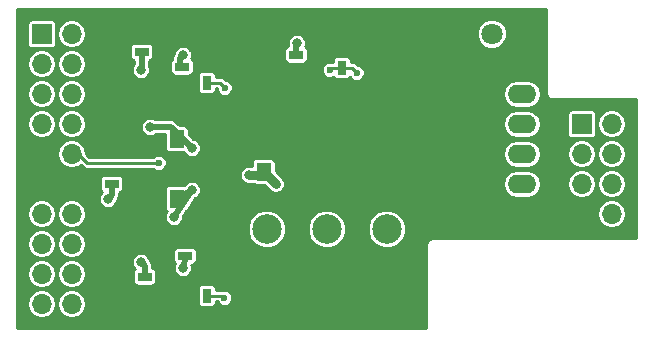
<source format=gbr>
G04 #@! TF.FileFunction,Copper,L2,Bot,Signal*
%FSLAX46Y46*%
G04 Gerber Fmt 4.6, Leading zero omitted, Abs format (unit mm)*
G04 Created by KiCad (PCBNEW 4.0.4-stable) date 05/31/18 11:07:36*
%MOMM*%
%LPD*%
G01*
G04 APERTURE LIST*
%ADD10C,0.100000*%
%ADD11R,1.200000X0.750000*%
%ADD12R,1.250000X1.500000*%
%ADD13R,0.750000X1.200000*%
%ADD14R,1.800000X1.800000*%
%ADD15C,1.800000*%
%ADD16R,1.700000X1.700000*%
%ADD17O,1.700000X1.700000*%
%ADD18C,2.499360*%
%ADD19C,4.000500*%
%ADD20R,2.400000X1.600000*%
%ADD21O,2.400000X1.600000*%
%ADD22C,0.800000*%
%ADD23C,0.600000*%
%ADD24C,0.500000*%
%ADD25C,0.250000*%
%ADD26C,0.800000*%
G04 APERTURE END LIST*
D10*
D11*
X127442000Y-112014000D03*
X125542000Y-112014000D03*
X127188000Y-92964000D03*
X125288000Y-92964000D03*
D12*
X128270000Y-105390000D03*
X128270000Y-102890000D03*
X128270000Y-100310000D03*
X128270000Y-97810000D03*
D11*
X128712000Y-94234000D03*
X126812000Y-94234000D03*
X128966000Y-110236000D03*
X127066000Y-110236000D03*
D13*
X130810000Y-95570000D03*
X130810000Y-97470000D03*
X130810000Y-113604000D03*
X130810000Y-115504000D03*
D12*
X135636000Y-103104000D03*
X135636000Y-100604000D03*
D11*
X124648000Y-104140000D03*
X122748000Y-104140000D03*
X138364000Y-93218000D03*
X136464000Y-93218000D03*
D13*
X142240000Y-94300000D03*
X142240000Y-96200000D03*
D14*
X157480000Y-91440000D03*
D15*
X154940000Y-91440000D03*
D16*
X116840000Y-91440000D03*
D17*
X119380000Y-91440000D03*
X116840000Y-93980000D03*
X119380000Y-93980000D03*
X116840000Y-96520000D03*
X119380000Y-96520000D03*
X116840000Y-99060000D03*
X119380000Y-99060000D03*
X116840000Y-101600000D03*
X119380000Y-101600000D03*
X116840000Y-104140000D03*
X119380000Y-104140000D03*
X116840000Y-106680000D03*
X119380000Y-106680000D03*
X116840000Y-109220000D03*
X119380000Y-109220000D03*
X116840000Y-111760000D03*
X119380000Y-111760000D03*
X116840000Y-114300000D03*
X119380000Y-114300000D03*
D18*
X140970000Y-107950000D03*
D19*
X140970000Y-113030000D03*
D18*
X146050000Y-107950000D03*
D19*
X146050000Y-113030000D03*
D18*
X135890000Y-107950000D03*
D19*
X135890000Y-113030000D03*
D16*
X162560000Y-99060000D03*
D17*
X165100000Y-99060000D03*
X162560000Y-101600000D03*
X165100000Y-101600000D03*
X162560000Y-104140000D03*
X165100000Y-104140000D03*
X162560000Y-106680000D03*
X165100000Y-106680000D03*
D20*
X149860000Y-96520000D03*
D21*
X157480000Y-104140000D03*
X149860000Y-99060000D03*
X157480000Y-101600000D03*
X149860000Y-101600000D03*
X157480000Y-99060000D03*
X149860000Y-104140000D03*
X157480000Y-96520000D03*
D22*
X159004000Y-91440000D03*
X150114000Y-90170000D03*
X143510000Y-107442000D03*
X138430000Y-107442000D03*
X132334000Y-94742000D03*
X132334000Y-97028000D03*
X132080000Y-100330000D03*
X132080000Y-104140000D03*
X128016000Y-91948000D03*
X132842000Y-92710000D03*
X132334000Y-109220000D03*
X128270000Y-114554000D03*
X128270000Y-113284000D03*
D23*
X126238000Y-105918000D03*
X121412000Y-111506000D03*
X121158000Y-93980000D03*
D22*
X122428000Y-105410000D03*
X125222000Y-94488000D03*
X125222000Y-110744000D03*
X125984000Y-99314000D03*
X129540000Y-101092000D03*
X138430000Y-92202000D03*
X128778000Y-93218000D03*
X128778000Y-111252000D03*
X128016000Y-106934000D03*
X129540000Y-104648000D03*
D23*
X132334000Y-96012000D03*
X132312000Y-113792000D03*
D22*
X136652000Y-104140000D03*
X134366000Y-103378000D03*
D23*
X141224000Y-94488000D03*
X143510000Y-94742000D03*
X126746000Y-102362000D03*
D24*
X122748000Y-104140000D02*
X122748000Y-105090000D01*
X122748000Y-105090000D02*
X122428000Y-105410000D01*
X125288000Y-92964000D02*
X125288000Y-94422000D01*
X125288000Y-94422000D02*
X125222000Y-94488000D01*
X125542000Y-112014000D02*
X125542000Y-111064000D01*
X125542000Y-111064000D02*
X125222000Y-110744000D01*
X128270000Y-100310000D02*
X128758000Y-100310000D01*
X128758000Y-100310000D02*
X129540000Y-101092000D01*
X128524000Y-100056000D02*
X128524000Y-100076000D01*
X128524000Y-100076000D02*
X129540000Y-101092000D01*
X127762000Y-99314000D02*
X125984000Y-99314000D01*
X129540000Y-101092000D02*
X127762000Y-99314000D01*
X138364000Y-93218000D02*
X138364000Y-92268000D01*
X138364000Y-92268000D02*
X138430000Y-92202000D01*
X128524000Y-93472000D02*
X128524000Y-94234000D01*
X128778000Y-93218000D02*
X128524000Y-93472000D01*
X128778000Y-111252000D02*
X129032000Y-110236000D01*
X129540000Y-104648000D02*
X128290000Y-105410000D01*
X128290000Y-105410000D02*
X128270000Y-105390000D01*
X129540000Y-104648000D02*
X128016000Y-106934000D01*
D25*
X130810000Y-95570000D02*
X131892000Y-95570000D01*
X131892000Y-95570000D02*
X132334000Y-96012000D01*
X130810000Y-113604000D02*
X132124000Y-113604000D01*
X132124000Y-113604000D02*
X132312000Y-113792000D01*
D24*
X135636000Y-103104000D02*
X135636000Y-103124000D01*
D26*
X135636000Y-103124000D02*
X136652000Y-104140000D01*
X135890000Y-103378000D02*
X134366000Y-103378000D01*
D24*
X136652000Y-104140000D02*
X135890000Y-103378000D01*
D25*
X142240000Y-94300000D02*
X141412000Y-94300000D01*
X141412000Y-94300000D02*
X141224000Y-94488000D01*
X143068000Y-94300000D02*
X142240000Y-94300000D01*
X143510000Y-94742000D02*
X143068000Y-94300000D01*
X120650000Y-102362000D02*
X119888000Y-101600000D01*
X126746000Y-102362000D02*
X120650000Y-102362000D01*
X119888000Y-101600000D02*
X119380000Y-101600000D01*
G36*
X159570000Y-96520000D02*
X159604254Y-96692208D01*
X159701802Y-96838198D01*
X159847792Y-96935746D01*
X160020000Y-96970000D01*
X167190000Y-96970000D01*
X167190000Y-108770000D01*
X149860000Y-108770000D01*
X149687792Y-108804254D01*
X149541802Y-108901802D01*
X149444254Y-109047792D01*
X149410000Y-109220000D01*
X149410000Y-116390000D01*
X114750000Y-116390000D01*
X114750000Y-114300000D01*
X115591001Y-114300000D01*
X115684249Y-114768787D01*
X115949795Y-115166206D01*
X116347214Y-115431752D01*
X116816001Y-115525000D01*
X116863999Y-115525000D01*
X117332786Y-115431752D01*
X117730205Y-115166206D01*
X117995751Y-114768787D01*
X118088999Y-114300000D01*
X118131001Y-114300000D01*
X118224249Y-114768787D01*
X118489795Y-115166206D01*
X118887214Y-115431752D01*
X119356001Y-115525000D01*
X119403999Y-115525000D01*
X119872786Y-115431752D01*
X120270205Y-115166206D01*
X120535751Y-114768787D01*
X120628999Y-114300000D01*
X120535751Y-113831213D01*
X120270205Y-113433794D01*
X119872786Y-113168248D01*
X119403999Y-113075000D01*
X119356001Y-113075000D01*
X118887214Y-113168248D01*
X118489795Y-113433794D01*
X118224249Y-113831213D01*
X118131001Y-114300000D01*
X118088999Y-114300000D01*
X117995751Y-113831213D01*
X117730205Y-113433794D01*
X117332786Y-113168248D01*
X116863999Y-113075000D01*
X116816001Y-113075000D01*
X116347214Y-113168248D01*
X115949795Y-113433794D01*
X115684249Y-113831213D01*
X115591001Y-114300000D01*
X114750000Y-114300000D01*
X114750000Y-113004000D01*
X130052654Y-113004000D01*
X130052654Y-114204000D01*
X130078802Y-114342966D01*
X130160931Y-114470599D01*
X130286246Y-114556223D01*
X130435000Y-114586346D01*
X131185000Y-114586346D01*
X131323966Y-114560198D01*
X131451599Y-114478069D01*
X131537223Y-114352754D01*
X131567346Y-114204000D01*
X131567346Y-114104000D01*
X131710565Y-114104000D01*
X131739429Y-114173857D01*
X131929144Y-114363903D01*
X132177145Y-114466883D01*
X132445677Y-114467117D01*
X132693857Y-114364571D01*
X132883903Y-114174856D01*
X132986883Y-113926855D01*
X132987117Y-113658323D01*
X132884571Y-113410143D01*
X132694856Y-113220097D01*
X132446855Y-113117117D01*
X132188814Y-113116892D01*
X132124000Y-113104000D01*
X131567346Y-113104000D01*
X131567346Y-113004000D01*
X131541198Y-112865034D01*
X131459069Y-112737401D01*
X131333754Y-112651777D01*
X131185000Y-112621654D01*
X130435000Y-112621654D01*
X130296034Y-112647802D01*
X130168401Y-112729931D01*
X130082777Y-112855246D01*
X130052654Y-113004000D01*
X114750000Y-113004000D01*
X114750000Y-111760000D01*
X115591001Y-111760000D01*
X115684249Y-112228787D01*
X115949795Y-112626206D01*
X116347214Y-112891752D01*
X116816001Y-112985000D01*
X116863999Y-112985000D01*
X117332786Y-112891752D01*
X117730205Y-112626206D01*
X117995751Y-112228787D01*
X118088999Y-111760000D01*
X118131001Y-111760000D01*
X118224249Y-112228787D01*
X118489795Y-112626206D01*
X118887214Y-112891752D01*
X119356001Y-112985000D01*
X119403999Y-112985000D01*
X119872786Y-112891752D01*
X120270205Y-112626206D01*
X120535751Y-112228787D01*
X120628999Y-111760000D01*
X120535751Y-111291213D01*
X120272669Y-110897481D01*
X124446866Y-110897481D01*
X124564604Y-111182429D01*
X124718867Y-111336961D01*
X124675401Y-111364931D01*
X124589777Y-111490246D01*
X124559654Y-111639000D01*
X124559654Y-112389000D01*
X124585802Y-112527966D01*
X124667931Y-112655599D01*
X124793246Y-112741223D01*
X124942000Y-112771346D01*
X126142000Y-112771346D01*
X126280966Y-112745198D01*
X126408599Y-112663069D01*
X126494223Y-112537754D01*
X126524346Y-112389000D01*
X126524346Y-111639000D01*
X126498198Y-111500034D01*
X126416069Y-111372401D01*
X126290754Y-111286777D01*
X126167000Y-111261717D01*
X126167000Y-111064000D01*
X126146954Y-110963223D01*
X126119425Y-110824822D01*
X126065158Y-110743606D01*
X125997089Y-110641734D01*
X125997134Y-110590519D01*
X125879396Y-110305571D01*
X125661575Y-110087370D01*
X125376833Y-109969135D01*
X125068519Y-109968866D01*
X124783571Y-110086604D01*
X124565370Y-110304425D01*
X124447135Y-110589167D01*
X124446866Y-110897481D01*
X120272669Y-110897481D01*
X120270205Y-110893794D01*
X119872786Y-110628248D01*
X119403999Y-110535000D01*
X119356001Y-110535000D01*
X118887214Y-110628248D01*
X118489795Y-110893794D01*
X118224249Y-111291213D01*
X118131001Y-111760000D01*
X118088999Y-111760000D01*
X117995751Y-111291213D01*
X117730205Y-110893794D01*
X117332786Y-110628248D01*
X116863999Y-110535000D01*
X116816001Y-110535000D01*
X116347214Y-110628248D01*
X115949795Y-110893794D01*
X115684249Y-111291213D01*
X115591001Y-111760000D01*
X114750000Y-111760000D01*
X114750000Y-109220000D01*
X115591001Y-109220000D01*
X115684249Y-109688787D01*
X115949795Y-110086206D01*
X116347214Y-110351752D01*
X116816001Y-110445000D01*
X116863999Y-110445000D01*
X117332786Y-110351752D01*
X117730205Y-110086206D01*
X117995751Y-109688787D01*
X118088999Y-109220000D01*
X118131001Y-109220000D01*
X118224249Y-109688787D01*
X118489795Y-110086206D01*
X118887214Y-110351752D01*
X119356001Y-110445000D01*
X119403999Y-110445000D01*
X119872786Y-110351752D01*
X120270205Y-110086206D01*
X120420682Y-109861000D01*
X127983654Y-109861000D01*
X127983654Y-110611000D01*
X128009802Y-110749966D01*
X128091931Y-110877599D01*
X128093782Y-110878864D01*
X128003135Y-111097167D01*
X128002866Y-111405481D01*
X128120604Y-111690429D01*
X128338425Y-111908630D01*
X128623167Y-112026865D01*
X128931481Y-112027134D01*
X129216429Y-111909396D01*
X129434630Y-111691575D01*
X129552865Y-111406833D01*
X129553134Y-111098519D01*
X129509677Y-110993346D01*
X129566000Y-110993346D01*
X129704966Y-110967198D01*
X129832599Y-110885069D01*
X129918223Y-110759754D01*
X129948346Y-110611000D01*
X129948346Y-109861000D01*
X129922198Y-109722034D01*
X129840069Y-109594401D01*
X129714754Y-109508777D01*
X129566000Y-109478654D01*
X128366000Y-109478654D01*
X128227034Y-109504802D01*
X128099401Y-109586931D01*
X128013777Y-109712246D01*
X127983654Y-109861000D01*
X120420682Y-109861000D01*
X120535751Y-109688787D01*
X120628999Y-109220000D01*
X120535751Y-108751213D01*
X120270205Y-108353794D01*
X120147419Y-108271751D01*
X134265039Y-108271751D01*
X134511861Y-108869105D01*
X134968491Y-109326533D01*
X135565413Y-109574397D01*
X136211751Y-109574961D01*
X136809105Y-109328139D01*
X137266533Y-108871509D01*
X137514397Y-108274587D01*
X137514399Y-108271751D01*
X139345039Y-108271751D01*
X139591861Y-108869105D01*
X140048491Y-109326533D01*
X140645413Y-109574397D01*
X141291751Y-109574961D01*
X141889105Y-109328139D01*
X142346533Y-108871509D01*
X142594397Y-108274587D01*
X142594399Y-108271751D01*
X144425039Y-108271751D01*
X144671861Y-108869105D01*
X145128491Y-109326533D01*
X145725413Y-109574397D01*
X146371751Y-109574961D01*
X146969105Y-109328139D01*
X147426533Y-108871509D01*
X147674397Y-108274587D01*
X147674961Y-107628249D01*
X147428139Y-107030895D01*
X147077857Y-106680000D01*
X163851001Y-106680000D01*
X163944249Y-107148787D01*
X164209795Y-107546206D01*
X164607214Y-107811752D01*
X165076001Y-107905000D01*
X165123999Y-107905000D01*
X165592786Y-107811752D01*
X165990205Y-107546206D01*
X166255751Y-107148787D01*
X166348999Y-106680000D01*
X166255751Y-106211213D01*
X165990205Y-105813794D01*
X165592786Y-105548248D01*
X165123999Y-105455000D01*
X165076001Y-105455000D01*
X164607214Y-105548248D01*
X164209795Y-105813794D01*
X163944249Y-106211213D01*
X163851001Y-106680000D01*
X147077857Y-106680000D01*
X146971509Y-106573467D01*
X146374587Y-106325603D01*
X145728249Y-106325039D01*
X145130895Y-106571861D01*
X144673467Y-107028491D01*
X144425603Y-107625413D01*
X144425039Y-108271751D01*
X142594399Y-108271751D01*
X142594961Y-107628249D01*
X142348139Y-107030895D01*
X141891509Y-106573467D01*
X141294587Y-106325603D01*
X140648249Y-106325039D01*
X140050895Y-106571861D01*
X139593467Y-107028491D01*
X139345603Y-107625413D01*
X139345039Y-108271751D01*
X137514399Y-108271751D01*
X137514961Y-107628249D01*
X137268139Y-107030895D01*
X136811509Y-106573467D01*
X136214587Y-106325603D01*
X135568249Y-106325039D01*
X134970895Y-106571861D01*
X134513467Y-107028491D01*
X134265603Y-107625413D01*
X134265039Y-108271751D01*
X120147419Y-108271751D01*
X119872786Y-108088248D01*
X119403999Y-107995000D01*
X119356001Y-107995000D01*
X118887214Y-108088248D01*
X118489795Y-108353794D01*
X118224249Y-108751213D01*
X118131001Y-109220000D01*
X118088999Y-109220000D01*
X117995751Y-108751213D01*
X117730205Y-108353794D01*
X117332786Y-108088248D01*
X116863999Y-107995000D01*
X116816001Y-107995000D01*
X116347214Y-108088248D01*
X115949795Y-108353794D01*
X115684249Y-108751213D01*
X115591001Y-109220000D01*
X114750000Y-109220000D01*
X114750000Y-106680000D01*
X115591001Y-106680000D01*
X115684249Y-107148787D01*
X115949795Y-107546206D01*
X116347214Y-107811752D01*
X116816001Y-107905000D01*
X116863999Y-107905000D01*
X117332786Y-107811752D01*
X117730205Y-107546206D01*
X117995751Y-107148787D01*
X118088999Y-106680000D01*
X118131001Y-106680000D01*
X118224249Y-107148787D01*
X118489795Y-107546206D01*
X118887214Y-107811752D01*
X119356001Y-107905000D01*
X119403999Y-107905000D01*
X119872786Y-107811752D01*
X120270205Y-107546206D01*
X120535751Y-107148787D01*
X120547945Y-107087481D01*
X127240866Y-107087481D01*
X127358604Y-107372429D01*
X127576425Y-107590630D01*
X127861167Y-107708865D01*
X128169481Y-107709134D01*
X128454429Y-107591396D01*
X128672630Y-107373575D01*
X128790865Y-107088833D01*
X128791031Y-106898187D01*
X129077850Y-106467960D01*
X129161599Y-106414069D01*
X129247223Y-106288754D01*
X129268994Y-106181243D01*
X129805165Y-105376987D01*
X129978429Y-105305396D01*
X130196630Y-105087575D01*
X130314865Y-104802833D01*
X130315134Y-104494519D01*
X130197396Y-104209571D01*
X129979575Y-103991370D01*
X129694833Y-103873135D01*
X129386519Y-103872866D01*
X129101571Y-103990604D01*
X128883370Y-104208425D01*
X128862928Y-104257654D01*
X127645000Y-104257654D01*
X127506034Y-104283802D01*
X127378401Y-104365931D01*
X127292777Y-104491246D01*
X127262654Y-104640000D01*
X127262654Y-106140000D01*
X127288802Y-106278966D01*
X127370931Y-106406599D01*
X127416298Y-106437597D01*
X127359370Y-106494425D01*
X127241135Y-106779167D01*
X127240866Y-107087481D01*
X120547945Y-107087481D01*
X120628999Y-106680000D01*
X120535751Y-106211213D01*
X120270205Y-105813794D01*
X119895584Y-105563481D01*
X121652866Y-105563481D01*
X121770604Y-105848429D01*
X121988425Y-106066630D01*
X122273167Y-106184865D01*
X122581481Y-106185134D01*
X122866429Y-106067396D01*
X123084630Y-105849575D01*
X123202865Y-105564833D01*
X123202911Y-105512533D01*
X123271421Y-105410000D01*
X123325425Y-105329178D01*
X123373000Y-105090000D01*
X123373000Y-104892642D01*
X123486966Y-104871198D01*
X123614599Y-104789069D01*
X123700223Y-104663754D01*
X123730346Y-104515000D01*
X123730346Y-103765000D01*
X123704198Y-103626034D01*
X123643356Y-103531481D01*
X133590866Y-103531481D01*
X133708604Y-103816429D01*
X133926425Y-104034630D01*
X134069418Y-104094006D01*
X134069420Y-104094007D01*
X134069422Y-104094007D01*
X134211167Y-104152865D01*
X134519481Y-104153134D01*
X134519805Y-104153000D01*
X134784351Y-104153000D01*
X134862246Y-104206223D01*
X135011000Y-104236346D01*
X135652330Y-104236346D01*
X136103992Y-104688008D01*
X136212425Y-104796630D01*
X136355418Y-104856006D01*
X136355420Y-104856007D01*
X136355422Y-104856007D01*
X136497167Y-104914865D01*
X136805481Y-104915134D01*
X136948579Y-104856007D01*
X136948580Y-104856007D01*
X136948581Y-104856006D01*
X137090429Y-104797396D01*
X137308630Y-104579575D01*
X137426865Y-104294833D01*
X137427000Y-104140000D01*
X155874144Y-104140000D01*
X155963586Y-104589653D01*
X156218294Y-104970850D01*
X156599491Y-105225558D01*
X157049144Y-105315000D01*
X157910856Y-105315000D01*
X158360509Y-105225558D01*
X158741706Y-104970850D01*
X158996414Y-104589653D01*
X159085856Y-104140000D01*
X161311001Y-104140000D01*
X161404249Y-104608787D01*
X161669795Y-105006206D01*
X162067214Y-105271752D01*
X162536001Y-105365000D01*
X162583999Y-105365000D01*
X163052786Y-105271752D01*
X163450205Y-105006206D01*
X163715751Y-104608787D01*
X163808999Y-104140000D01*
X163851001Y-104140000D01*
X163944249Y-104608787D01*
X164209795Y-105006206D01*
X164607214Y-105271752D01*
X165076001Y-105365000D01*
X165123999Y-105365000D01*
X165592786Y-105271752D01*
X165990205Y-105006206D01*
X166255751Y-104608787D01*
X166348999Y-104140000D01*
X166255751Y-103671213D01*
X165990205Y-103273794D01*
X165592786Y-103008248D01*
X165123999Y-102915000D01*
X165076001Y-102915000D01*
X164607214Y-103008248D01*
X164209795Y-103273794D01*
X163944249Y-103671213D01*
X163851001Y-104140000D01*
X163808999Y-104140000D01*
X163715751Y-103671213D01*
X163450205Y-103273794D01*
X163052786Y-103008248D01*
X162583999Y-102915000D01*
X162536001Y-102915000D01*
X162067214Y-103008248D01*
X161669795Y-103273794D01*
X161404249Y-103671213D01*
X161311001Y-104140000D01*
X159085856Y-104140000D01*
X158996414Y-103690347D01*
X158741706Y-103309150D01*
X158360509Y-103054442D01*
X157910856Y-102965000D01*
X157049144Y-102965000D01*
X156599491Y-103054442D01*
X156218294Y-103309150D01*
X155963586Y-103690347D01*
X155874144Y-104140000D01*
X137427000Y-104140000D01*
X137427134Y-103986519D01*
X137309396Y-103701571D01*
X137091575Y-103483370D01*
X137091252Y-103483236D01*
X136643346Y-103035330D01*
X136643346Y-102354000D01*
X136617198Y-102215034D01*
X136535069Y-102087401D01*
X136409754Y-102001777D01*
X136261000Y-101971654D01*
X135011000Y-101971654D01*
X134872034Y-101997802D01*
X134744401Y-102079931D01*
X134658777Y-102205246D01*
X134628654Y-102354000D01*
X134628654Y-102603000D01*
X134366103Y-102603000D01*
X134212519Y-102602866D01*
X134069421Y-102661993D01*
X134069420Y-102661993D01*
X134069419Y-102661994D01*
X133927571Y-102720604D01*
X133709370Y-102938425D01*
X133591135Y-103223167D01*
X133590866Y-103531481D01*
X123643356Y-103531481D01*
X123622069Y-103498401D01*
X123496754Y-103412777D01*
X123348000Y-103382654D01*
X122148000Y-103382654D01*
X122009034Y-103408802D01*
X121881401Y-103490931D01*
X121795777Y-103616246D01*
X121765654Y-103765000D01*
X121765654Y-104515000D01*
X121791802Y-104653966D01*
X121873931Y-104781599D01*
X121925339Y-104816724D01*
X121771370Y-104970425D01*
X121653135Y-105255167D01*
X121652866Y-105563481D01*
X119895584Y-105563481D01*
X119872786Y-105548248D01*
X119403999Y-105455000D01*
X119356001Y-105455000D01*
X118887214Y-105548248D01*
X118489795Y-105813794D01*
X118224249Y-106211213D01*
X118131001Y-106680000D01*
X118088999Y-106680000D01*
X117995751Y-106211213D01*
X117730205Y-105813794D01*
X117332786Y-105548248D01*
X116863999Y-105455000D01*
X116816001Y-105455000D01*
X116347214Y-105548248D01*
X115949795Y-105813794D01*
X115684249Y-106211213D01*
X115591001Y-106680000D01*
X114750000Y-106680000D01*
X114750000Y-101600000D01*
X118131001Y-101600000D01*
X118224249Y-102068787D01*
X118489795Y-102466206D01*
X118887214Y-102731752D01*
X119356001Y-102825000D01*
X119403999Y-102825000D01*
X119872786Y-102731752D01*
X120136463Y-102555569D01*
X120296447Y-102715554D01*
X120385415Y-102775000D01*
X120458658Y-102823940D01*
X120650000Y-102862000D01*
X126291366Y-102862000D01*
X126363144Y-102933903D01*
X126611145Y-103036883D01*
X126879677Y-103037117D01*
X127127857Y-102934571D01*
X127317903Y-102744856D01*
X127420883Y-102496855D01*
X127421117Y-102228323D01*
X127318571Y-101980143D01*
X127128856Y-101790097D01*
X126880855Y-101687117D01*
X126612323Y-101686883D01*
X126364143Y-101789429D01*
X126291445Y-101862000D01*
X120857107Y-101862000D01*
X120623376Y-101628269D01*
X120628999Y-101600000D01*
X120535751Y-101131213D01*
X120270205Y-100733794D01*
X119872786Y-100468248D01*
X119403999Y-100375000D01*
X119356001Y-100375000D01*
X118887214Y-100468248D01*
X118489795Y-100733794D01*
X118224249Y-101131213D01*
X118131001Y-101600000D01*
X114750000Y-101600000D01*
X114750000Y-99060000D01*
X115591001Y-99060000D01*
X115684249Y-99528787D01*
X115949795Y-99926206D01*
X116347214Y-100191752D01*
X116816001Y-100285000D01*
X116863999Y-100285000D01*
X117332786Y-100191752D01*
X117730205Y-99926206D01*
X117995751Y-99528787D01*
X118088999Y-99060000D01*
X118131001Y-99060000D01*
X118224249Y-99528787D01*
X118489795Y-99926206D01*
X118887214Y-100191752D01*
X119356001Y-100285000D01*
X119403999Y-100285000D01*
X119872786Y-100191752D01*
X120270205Y-99926206D01*
X120535751Y-99528787D01*
X120547945Y-99467481D01*
X125208866Y-99467481D01*
X125326604Y-99752429D01*
X125544425Y-99970630D01*
X125829167Y-100088865D01*
X126137481Y-100089134D01*
X126422429Y-99971396D01*
X126454882Y-99939000D01*
X127262654Y-99939000D01*
X127262654Y-101060000D01*
X127288802Y-101198966D01*
X127370931Y-101326599D01*
X127496246Y-101412223D01*
X127645000Y-101442346D01*
X128846209Y-101442346D01*
X128882604Y-101530429D01*
X129100425Y-101748630D01*
X129385167Y-101866865D01*
X129693481Y-101867134D01*
X129978429Y-101749396D01*
X130128085Y-101600000D01*
X155874144Y-101600000D01*
X155963586Y-102049653D01*
X156218294Y-102430850D01*
X156599491Y-102685558D01*
X157049144Y-102775000D01*
X157910856Y-102775000D01*
X158360509Y-102685558D01*
X158741706Y-102430850D01*
X158996414Y-102049653D01*
X159085856Y-101600000D01*
X161311001Y-101600000D01*
X161404249Y-102068787D01*
X161669795Y-102466206D01*
X162067214Y-102731752D01*
X162536001Y-102825000D01*
X162583999Y-102825000D01*
X163052786Y-102731752D01*
X163450205Y-102466206D01*
X163715751Y-102068787D01*
X163808999Y-101600000D01*
X163851001Y-101600000D01*
X163944249Y-102068787D01*
X164209795Y-102466206D01*
X164607214Y-102731752D01*
X165076001Y-102825000D01*
X165123999Y-102825000D01*
X165592786Y-102731752D01*
X165990205Y-102466206D01*
X166255751Y-102068787D01*
X166348999Y-101600000D01*
X166255751Y-101131213D01*
X165990205Y-100733794D01*
X165592786Y-100468248D01*
X165123999Y-100375000D01*
X165076001Y-100375000D01*
X164607214Y-100468248D01*
X164209795Y-100733794D01*
X163944249Y-101131213D01*
X163851001Y-101600000D01*
X163808999Y-101600000D01*
X163715751Y-101131213D01*
X163450205Y-100733794D01*
X163052786Y-100468248D01*
X162583999Y-100375000D01*
X162536001Y-100375000D01*
X162067214Y-100468248D01*
X161669795Y-100733794D01*
X161404249Y-101131213D01*
X161311001Y-101600000D01*
X159085856Y-101600000D01*
X158996414Y-101150347D01*
X158741706Y-100769150D01*
X158360509Y-100514442D01*
X157910856Y-100425000D01*
X157049144Y-100425000D01*
X156599491Y-100514442D01*
X156218294Y-100769150D01*
X155963586Y-101150347D01*
X155874144Y-101600000D01*
X130128085Y-101600000D01*
X130196630Y-101531575D01*
X130314865Y-101246833D01*
X130315134Y-100938519D01*
X130197396Y-100653571D01*
X129979575Y-100435370D01*
X129694833Y-100317135D01*
X129648979Y-100317095D01*
X129277346Y-99945462D01*
X129277346Y-99560000D01*
X129251198Y-99421034D01*
X129169069Y-99293401D01*
X129043754Y-99207777D01*
X128895000Y-99177654D01*
X128509538Y-99177654D01*
X128391884Y-99060000D01*
X155874144Y-99060000D01*
X155963586Y-99509653D01*
X156218294Y-99890850D01*
X156599491Y-100145558D01*
X157049144Y-100235000D01*
X157910856Y-100235000D01*
X158360509Y-100145558D01*
X158741706Y-99890850D01*
X158996414Y-99509653D01*
X159085856Y-99060000D01*
X158996414Y-98610347D01*
X158741706Y-98229150D01*
X158713047Y-98210000D01*
X161327654Y-98210000D01*
X161327654Y-99910000D01*
X161353802Y-100048966D01*
X161435931Y-100176599D01*
X161561246Y-100262223D01*
X161710000Y-100292346D01*
X163410000Y-100292346D01*
X163548966Y-100266198D01*
X163676599Y-100184069D01*
X163762223Y-100058754D01*
X163792346Y-99910000D01*
X163792346Y-99060000D01*
X163851001Y-99060000D01*
X163944249Y-99528787D01*
X164209795Y-99926206D01*
X164607214Y-100191752D01*
X165076001Y-100285000D01*
X165123999Y-100285000D01*
X165592786Y-100191752D01*
X165990205Y-99926206D01*
X166255751Y-99528787D01*
X166348999Y-99060000D01*
X166255751Y-98591213D01*
X165990205Y-98193794D01*
X165592786Y-97928248D01*
X165123999Y-97835000D01*
X165076001Y-97835000D01*
X164607214Y-97928248D01*
X164209795Y-98193794D01*
X163944249Y-98591213D01*
X163851001Y-99060000D01*
X163792346Y-99060000D01*
X163792346Y-98210000D01*
X163766198Y-98071034D01*
X163684069Y-97943401D01*
X163558754Y-97857777D01*
X163410000Y-97827654D01*
X161710000Y-97827654D01*
X161571034Y-97853802D01*
X161443401Y-97935931D01*
X161357777Y-98061246D01*
X161327654Y-98210000D01*
X158713047Y-98210000D01*
X158360509Y-97974442D01*
X157910856Y-97885000D01*
X157049144Y-97885000D01*
X156599491Y-97974442D01*
X156218294Y-98229150D01*
X155963586Y-98610347D01*
X155874144Y-99060000D01*
X128391884Y-99060000D01*
X128203942Y-98872058D01*
X128001177Y-98736575D01*
X127762000Y-98689000D01*
X126455150Y-98689000D01*
X126423575Y-98657370D01*
X126138833Y-98539135D01*
X125830519Y-98538866D01*
X125545571Y-98656604D01*
X125327370Y-98874425D01*
X125209135Y-99159167D01*
X125208866Y-99467481D01*
X120547945Y-99467481D01*
X120628999Y-99060000D01*
X120535751Y-98591213D01*
X120270205Y-98193794D01*
X119872786Y-97928248D01*
X119403999Y-97835000D01*
X119356001Y-97835000D01*
X118887214Y-97928248D01*
X118489795Y-98193794D01*
X118224249Y-98591213D01*
X118131001Y-99060000D01*
X118088999Y-99060000D01*
X117995751Y-98591213D01*
X117730205Y-98193794D01*
X117332786Y-97928248D01*
X116863999Y-97835000D01*
X116816001Y-97835000D01*
X116347214Y-97928248D01*
X115949795Y-98193794D01*
X115684249Y-98591213D01*
X115591001Y-99060000D01*
X114750000Y-99060000D01*
X114750000Y-96520000D01*
X115591001Y-96520000D01*
X115684249Y-96988787D01*
X115949795Y-97386206D01*
X116347214Y-97651752D01*
X116816001Y-97745000D01*
X116863999Y-97745000D01*
X117332786Y-97651752D01*
X117730205Y-97386206D01*
X117995751Y-96988787D01*
X118088999Y-96520000D01*
X118131001Y-96520000D01*
X118224249Y-96988787D01*
X118489795Y-97386206D01*
X118887214Y-97651752D01*
X119356001Y-97745000D01*
X119403999Y-97745000D01*
X119872786Y-97651752D01*
X120270205Y-97386206D01*
X120535751Y-96988787D01*
X120628999Y-96520000D01*
X120535751Y-96051213D01*
X120270205Y-95653794D01*
X119872786Y-95388248D01*
X119403999Y-95295000D01*
X119356001Y-95295000D01*
X118887214Y-95388248D01*
X118489795Y-95653794D01*
X118224249Y-96051213D01*
X118131001Y-96520000D01*
X118088999Y-96520000D01*
X117995751Y-96051213D01*
X117730205Y-95653794D01*
X117332786Y-95388248D01*
X116863999Y-95295000D01*
X116816001Y-95295000D01*
X116347214Y-95388248D01*
X115949795Y-95653794D01*
X115684249Y-96051213D01*
X115591001Y-96520000D01*
X114750000Y-96520000D01*
X114750000Y-93980000D01*
X115591001Y-93980000D01*
X115684249Y-94448787D01*
X115949795Y-94846206D01*
X116347214Y-95111752D01*
X116816001Y-95205000D01*
X116863999Y-95205000D01*
X117332786Y-95111752D01*
X117730205Y-94846206D01*
X117995751Y-94448787D01*
X118088999Y-93980000D01*
X118131001Y-93980000D01*
X118224249Y-94448787D01*
X118489795Y-94846206D01*
X118887214Y-95111752D01*
X119356001Y-95205000D01*
X119403999Y-95205000D01*
X119872786Y-95111752D01*
X120270205Y-94846206D01*
X120535751Y-94448787D01*
X120628999Y-93980000D01*
X120535751Y-93511213D01*
X120270205Y-93113794D01*
X119872786Y-92848248D01*
X119403999Y-92755000D01*
X119356001Y-92755000D01*
X118887214Y-92848248D01*
X118489795Y-93113794D01*
X118224249Y-93511213D01*
X118131001Y-93980000D01*
X118088999Y-93980000D01*
X117995751Y-93511213D01*
X117730205Y-93113794D01*
X117332786Y-92848248D01*
X116863999Y-92755000D01*
X116816001Y-92755000D01*
X116347214Y-92848248D01*
X115949795Y-93113794D01*
X115684249Y-93511213D01*
X115591001Y-93980000D01*
X114750000Y-93980000D01*
X114750000Y-90590000D01*
X115607654Y-90590000D01*
X115607654Y-92290000D01*
X115633802Y-92428966D01*
X115715931Y-92556599D01*
X115841246Y-92642223D01*
X115990000Y-92672346D01*
X117690000Y-92672346D01*
X117828966Y-92646198D01*
X117956599Y-92564069D01*
X118042223Y-92438754D01*
X118072346Y-92290000D01*
X118072346Y-91440000D01*
X118131001Y-91440000D01*
X118224249Y-91908787D01*
X118489795Y-92306206D01*
X118887214Y-92571752D01*
X119356001Y-92665000D01*
X119403999Y-92665000D01*
X119786074Y-92589000D01*
X124305654Y-92589000D01*
X124305654Y-93339000D01*
X124331802Y-93477966D01*
X124413931Y-93605599D01*
X124539246Y-93691223D01*
X124663000Y-93716283D01*
X124663000Y-93950965D01*
X124565370Y-94048425D01*
X124447135Y-94333167D01*
X124446866Y-94641481D01*
X124564604Y-94926429D01*
X124782425Y-95144630D01*
X125067167Y-95262865D01*
X125375481Y-95263134D01*
X125660429Y-95145396D01*
X125878630Y-94927575D01*
X125996865Y-94642833D01*
X125997134Y-94334519D01*
X125913000Y-94130899D01*
X125913000Y-93859000D01*
X127729654Y-93859000D01*
X127729654Y-94609000D01*
X127755802Y-94747966D01*
X127837931Y-94875599D01*
X127963246Y-94961223D01*
X128112000Y-94991346D01*
X129312000Y-94991346D01*
X129425445Y-94970000D01*
X130052654Y-94970000D01*
X130052654Y-96170000D01*
X130078802Y-96308966D01*
X130160931Y-96436599D01*
X130286246Y-96522223D01*
X130435000Y-96552346D01*
X131185000Y-96552346D01*
X131323966Y-96526198D01*
X131451599Y-96444069D01*
X131537223Y-96318754D01*
X131567346Y-96170000D01*
X131567346Y-96070000D01*
X131658949Y-96070000D01*
X131658883Y-96145677D01*
X131761429Y-96393857D01*
X131951144Y-96583903D01*
X132199145Y-96686883D01*
X132467677Y-96687117D01*
X132715857Y-96584571D01*
X132780540Y-96520000D01*
X155874144Y-96520000D01*
X155963586Y-96969653D01*
X156218294Y-97350850D01*
X156599491Y-97605558D01*
X157049144Y-97695000D01*
X157910856Y-97695000D01*
X158360509Y-97605558D01*
X158741706Y-97350850D01*
X158996414Y-96969653D01*
X159085856Y-96520000D01*
X158996414Y-96070347D01*
X158741706Y-95689150D01*
X158360509Y-95434442D01*
X157910856Y-95345000D01*
X157049144Y-95345000D01*
X156599491Y-95434442D01*
X156218294Y-95689150D01*
X155963586Y-96070347D01*
X155874144Y-96520000D01*
X132780540Y-96520000D01*
X132905903Y-96394856D01*
X133008883Y-96146855D01*
X133009117Y-95878323D01*
X132906571Y-95630143D01*
X132716856Y-95440097D01*
X132468855Y-95337117D01*
X132366134Y-95337027D01*
X132245553Y-95216447D01*
X132083342Y-95108060D01*
X131892000Y-95070000D01*
X131567346Y-95070000D01*
X131567346Y-94970000D01*
X131541198Y-94831034D01*
X131459069Y-94703401D01*
X131339462Y-94621677D01*
X140548883Y-94621677D01*
X140651429Y-94869857D01*
X140841144Y-95059903D01*
X141089145Y-95162883D01*
X141357677Y-95163117D01*
X141540169Y-95087713D01*
X141590931Y-95166599D01*
X141716246Y-95252223D01*
X141865000Y-95282346D01*
X142615000Y-95282346D01*
X142753966Y-95256198D01*
X142881599Y-95174069D01*
X142929319Y-95104229D01*
X142937429Y-95123857D01*
X143127144Y-95313903D01*
X143375145Y-95416883D01*
X143643677Y-95417117D01*
X143891857Y-95314571D01*
X144081903Y-95124856D01*
X144184883Y-94876855D01*
X144185117Y-94608323D01*
X144082571Y-94360143D01*
X143892856Y-94170097D01*
X143644855Y-94067117D01*
X143542134Y-94067027D01*
X143421553Y-93946447D01*
X143259342Y-93838060D01*
X143068000Y-93800000D01*
X142997346Y-93800000D01*
X142997346Y-93700000D01*
X142971198Y-93561034D01*
X142889069Y-93433401D01*
X142763754Y-93347777D01*
X142615000Y-93317654D01*
X141865000Y-93317654D01*
X141726034Y-93343802D01*
X141598401Y-93425931D01*
X141512777Y-93551246D01*
X141482654Y-93700000D01*
X141482654Y-93800000D01*
X141412000Y-93800000D01*
X141346112Y-93813106D01*
X141090323Y-93812883D01*
X140842143Y-93915429D01*
X140652097Y-94105144D01*
X140549117Y-94353145D01*
X140548883Y-94621677D01*
X131339462Y-94621677D01*
X131333754Y-94617777D01*
X131185000Y-94587654D01*
X130435000Y-94587654D01*
X130296034Y-94613802D01*
X130168401Y-94695931D01*
X130082777Y-94821246D01*
X130052654Y-94970000D01*
X129425445Y-94970000D01*
X129450966Y-94965198D01*
X129578599Y-94883069D01*
X129664223Y-94757754D01*
X129694346Y-94609000D01*
X129694346Y-93859000D01*
X129668198Y-93720034D01*
X129586069Y-93592401D01*
X129489181Y-93526201D01*
X129552865Y-93372833D01*
X129553134Y-93064519D01*
X129461605Y-92843000D01*
X137381654Y-92843000D01*
X137381654Y-93593000D01*
X137407802Y-93731966D01*
X137489931Y-93859599D01*
X137615246Y-93945223D01*
X137764000Y-93975346D01*
X138964000Y-93975346D01*
X139102966Y-93949198D01*
X139230599Y-93867069D01*
X139316223Y-93741754D01*
X139346346Y-93593000D01*
X139346346Y-92843000D01*
X139320198Y-92704034D01*
X139238069Y-92576401D01*
X139141181Y-92510201D01*
X139204865Y-92356833D01*
X139205134Y-92048519D01*
X139087396Y-91763571D01*
X139016450Y-91692501D01*
X153664779Y-91692501D01*
X153858477Y-92161286D01*
X154216827Y-92520262D01*
X154685274Y-92714778D01*
X155192501Y-92715221D01*
X155661286Y-92521523D01*
X156020262Y-92163173D01*
X156214778Y-91694726D01*
X156215221Y-91187499D01*
X156021523Y-90718714D01*
X155663173Y-90359738D01*
X155194726Y-90165222D01*
X154687499Y-90164779D01*
X154218714Y-90358477D01*
X153859738Y-90716827D01*
X153665222Y-91185274D01*
X153664779Y-91692501D01*
X139016450Y-91692501D01*
X138869575Y-91545370D01*
X138584833Y-91427135D01*
X138276519Y-91426866D01*
X137991571Y-91544604D01*
X137773370Y-91762425D01*
X137655135Y-92047167D01*
X137654866Y-92355481D01*
X137703060Y-92472120D01*
X137625034Y-92486802D01*
X137497401Y-92568931D01*
X137411777Y-92694246D01*
X137381654Y-92843000D01*
X129461605Y-92843000D01*
X129435396Y-92779571D01*
X129217575Y-92561370D01*
X128932833Y-92443135D01*
X128624519Y-92442866D01*
X128339571Y-92560604D01*
X128121370Y-92778425D01*
X128003135Y-93063167D01*
X128003061Y-93148286D01*
X127946575Y-93232823D01*
X127899000Y-93472000D01*
X127899000Y-93550441D01*
X127845401Y-93584931D01*
X127759777Y-93710246D01*
X127729654Y-93859000D01*
X125913000Y-93859000D01*
X125913000Y-93716642D01*
X126026966Y-93695198D01*
X126154599Y-93613069D01*
X126240223Y-93487754D01*
X126270346Y-93339000D01*
X126270346Y-92589000D01*
X126244198Y-92450034D01*
X126162069Y-92322401D01*
X126036754Y-92236777D01*
X125888000Y-92206654D01*
X124688000Y-92206654D01*
X124549034Y-92232802D01*
X124421401Y-92314931D01*
X124335777Y-92440246D01*
X124305654Y-92589000D01*
X119786074Y-92589000D01*
X119872786Y-92571752D01*
X120270205Y-92306206D01*
X120535751Y-91908787D01*
X120628999Y-91440000D01*
X120535751Y-90971213D01*
X120270205Y-90573794D01*
X119872786Y-90308248D01*
X119403999Y-90215000D01*
X119356001Y-90215000D01*
X118887214Y-90308248D01*
X118489795Y-90573794D01*
X118224249Y-90971213D01*
X118131001Y-91440000D01*
X118072346Y-91440000D01*
X118072346Y-90590000D01*
X118046198Y-90451034D01*
X117964069Y-90323401D01*
X117838754Y-90237777D01*
X117690000Y-90207654D01*
X115990000Y-90207654D01*
X115851034Y-90233802D01*
X115723401Y-90315931D01*
X115637777Y-90441246D01*
X115607654Y-90590000D01*
X114750000Y-90590000D01*
X114750000Y-89350000D01*
X159570000Y-89350000D01*
X159570000Y-96520000D01*
X159570000Y-96520000D01*
G37*
X159570000Y-96520000D02*
X159604254Y-96692208D01*
X159701802Y-96838198D01*
X159847792Y-96935746D01*
X160020000Y-96970000D01*
X167190000Y-96970000D01*
X167190000Y-108770000D01*
X149860000Y-108770000D01*
X149687792Y-108804254D01*
X149541802Y-108901802D01*
X149444254Y-109047792D01*
X149410000Y-109220000D01*
X149410000Y-116390000D01*
X114750000Y-116390000D01*
X114750000Y-114300000D01*
X115591001Y-114300000D01*
X115684249Y-114768787D01*
X115949795Y-115166206D01*
X116347214Y-115431752D01*
X116816001Y-115525000D01*
X116863999Y-115525000D01*
X117332786Y-115431752D01*
X117730205Y-115166206D01*
X117995751Y-114768787D01*
X118088999Y-114300000D01*
X118131001Y-114300000D01*
X118224249Y-114768787D01*
X118489795Y-115166206D01*
X118887214Y-115431752D01*
X119356001Y-115525000D01*
X119403999Y-115525000D01*
X119872786Y-115431752D01*
X120270205Y-115166206D01*
X120535751Y-114768787D01*
X120628999Y-114300000D01*
X120535751Y-113831213D01*
X120270205Y-113433794D01*
X119872786Y-113168248D01*
X119403999Y-113075000D01*
X119356001Y-113075000D01*
X118887214Y-113168248D01*
X118489795Y-113433794D01*
X118224249Y-113831213D01*
X118131001Y-114300000D01*
X118088999Y-114300000D01*
X117995751Y-113831213D01*
X117730205Y-113433794D01*
X117332786Y-113168248D01*
X116863999Y-113075000D01*
X116816001Y-113075000D01*
X116347214Y-113168248D01*
X115949795Y-113433794D01*
X115684249Y-113831213D01*
X115591001Y-114300000D01*
X114750000Y-114300000D01*
X114750000Y-113004000D01*
X130052654Y-113004000D01*
X130052654Y-114204000D01*
X130078802Y-114342966D01*
X130160931Y-114470599D01*
X130286246Y-114556223D01*
X130435000Y-114586346D01*
X131185000Y-114586346D01*
X131323966Y-114560198D01*
X131451599Y-114478069D01*
X131537223Y-114352754D01*
X131567346Y-114204000D01*
X131567346Y-114104000D01*
X131710565Y-114104000D01*
X131739429Y-114173857D01*
X131929144Y-114363903D01*
X132177145Y-114466883D01*
X132445677Y-114467117D01*
X132693857Y-114364571D01*
X132883903Y-114174856D01*
X132986883Y-113926855D01*
X132987117Y-113658323D01*
X132884571Y-113410143D01*
X132694856Y-113220097D01*
X132446855Y-113117117D01*
X132188814Y-113116892D01*
X132124000Y-113104000D01*
X131567346Y-113104000D01*
X131567346Y-113004000D01*
X131541198Y-112865034D01*
X131459069Y-112737401D01*
X131333754Y-112651777D01*
X131185000Y-112621654D01*
X130435000Y-112621654D01*
X130296034Y-112647802D01*
X130168401Y-112729931D01*
X130082777Y-112855246D01*
X130052654Y-113004000D01*
X114750000Y-113004000D01*
X114750000Y-111760000D01*
X115591001Y-111760000D01*
X115684249Y-112228787D01*
X115949795Y-112626206D01*
X116347214Y-112891752D01*
X116816001Y-112985000D01*
X116863999Y-112985000D01*
X117332786Y-112891752D01*
X117730205Y-112626206D01*
X117995751Y-112228787D01*
X118088999Y-111760000D01*
X118131001Y-111760000D01*
X118224249Y-112228787D01*
X118489795Y-112626206D01*
X118887214Y-112891752D01*
X119356001Y-112985000D01*
X119403999Y-112985000D01*
X119872786Y-112891752D01*
X120270205Y-112626206D01*
X120535751Y-112228787D01*
X120628999Y-111760000D01*
X120535751Y-111291213D01*
X120272669Y-110897481D01*
X124446866Y-110897481D01*
X124564604Y-111182429D01*
X124718867Y-111336961D01*
X124675401Y-111364931D01*
X124589777Y-111490246D01*
X124559654Y-111639000D01*
X124559654Y-112389000D01*
X124585802Y-112527966D01*
X124667931Y-112655599D01*
X124793246Y-112741223D01*
X124942000Y-112771346D01*
X126142000Y-112771346D01*
X126280966Y-112745198D01*
X126408599Y-112663069D01*
X126494223Y-112537754D01*
X126524346Y-112389000D01*
X126524346Y-111639000D01*
X126498198Y-111500034D01*
X126416069Y-111372401D01*
X126290754Y-111286777D01*
X126167000Y-111261717D01*
X126167000Y-111064000D01*
X126146954Y-110963223D01*
X126119425Y-110824822D01*
X126065158Y-110743606D01*
X125997089Y-110641734D01*
X125997134Y-110590519D01*
X125879396Y-110305571D01*
X125661575Y-110087370D01*
X125376833Y-109969135D01*
X125068519Y-109968866D01*
X124783571Y-110086604D01*
X124565370Y-110304425D01*
X124447135Y-110589167D01*
X124446866Y-110897481D01*
X120272669Y-110897481D01*
X120270205Y-110893794D01*
X119872786Y-110628248D01*
X119403999Y-110535000D01*
X119356001Y-110535000D01*
X118887214Y-110628248D01*
X118489795Y-110893794D01*
X118224249Y-111291213D01*
X118131001Y-111760000D01*
X118088999Y-111760000D01*
X117995751Y-111291213D01*
X117730205Y-110893794D01*
X117332786Y-110628248D01*
X116863999Y-110535000D01*
X116816001Y-110535000D01*
X116347214Y-110628248D01*
X115949795Y-110893794D01*
X115684249Y-111291213D01*
X115591001Y-111760000D01*
X114750000Y-111760000D01*
X114750000Y-109220000D01*
X115591001Y-109220000D01*
X115684249Y-109688787D01*
X115949795Y-110086206D01*
X116347214Y-110351752D01*
X116816001Y-110445000D01*
X116863999Y-110445000D01*
X117332786Y-110351752D01*
X117730205Y-110086206D01*
X117995751Y-109688787D01*
X118088999Y-109220000D01*
X118131001Y-109220000D01*
X118224249Y-109688787D01*
X118489795Y-110086206D01*
X118887214Y-110351752D01*
X119356001Y-110445000D01*
X119403999Y-110445000D01*
X119872786Y-110351752D01*
X120270205Y-110086206D01*
X120420682Y-109861000D01*
X127983654Y-109861000D01*
X127983654Y-110611000D01*
X128009802Y-110749966D01*
X128091931Y-110877599D01*
X128093782Y-110878864D01*
X128003135Y-111097167D01*
X128002866Y-111405481D01*
X128120604Y-111690429D01*
X128338425Y-111908630D01*
X128623167Y-112026865D01*
X128931481Y-112027134D01*
X129216429Y-111909396D01*
X129434630Y-111691575D01*
X129552865Y-111406833D01*
X129553134Y-111098519D01*
X129509677Y-110993346D01*
X129566000Y-110993346D01*
X129704966Y-110967198D01*
X129832599Y-110885069D01*
X129918223Y-110759754D01*
X129948346Y-110611000D01*
X129948346Y-109861000D01*
X129922198Y-109722034D01*
X129840069Y-109594401D01*
X129714754Y-109508777D01*
X129566000Y-109478654D01*
X128366000Y-109478654D01*
X128227034Y-109504802D01*
X128099401Y-109586931D01*
X128013777Y-109712246D01*
X127983654Y-109861000D01*
X120420682Y-109861000D01*
X120535751Y-109688787D01*
X120628999Y-109220000D01*
X120535751Y-108751213D01*
X120270205Y-108353794D01*
X120147419Y-108271751D01*
X134265039Y-108271751D01*
X134511861Y-108869105D01*
X134968491Y-109326533D01*
X135565413Y-109574397D01*
X136211751Y-109574961D01*
X136809105Y-109328139D01*
X137266533Y-108871509D01*
X137514397Y-108274587D01*
X137514399Y-108271751D01*
X139345039Y-108271751D01*
X139591861Y-108869105D01*
X140048491Y-109326533D01*
X140645413Y-109574397D01*
X141291751Y-109574961D01*
X141889105Y-109328139D01*
X142346533Y-108871509D01*
X142594397Y-108274587D01*
X142594399Y-108271751D01*
X144425039Y-108271751D01*
X144671861Y-108869105D01*
X145128491Y-109326533D01*
X145725413Y-109574397D01*
X146371751Y-109574961D01*
X146969105Y-109328139D01*
X147426533Y-108871509D01*
X147674397Y-108274587D01*
X147674961Y-107628249D01*
X147428139Y-107030895D01*
X147077857Y-106680000D01*
X163851001Y-106680000D01*
X163944249Y-107148787D01*
X164209795Y-107546206D01*
X164607214Y-107811752D01*
X165076001Y-107905000D01*
X165123999Y-107905000D01*
X165592786Y-107811752D01*
X165990205Y-107546206D01*
X166255751Y-107148787D01*
X166348999Y-106680000D01*
X166255751Y-106211213D01*
X165990205Y-105813794D01*
X165592786Y-105548248D01*
X165123999Y-105455000D01*
X165076001Y-105455000D01*
X164607214Y-105548248D01*
X164209795Y-105813794D01*
X163944249Y-106211213D01*
X163851001Y-106680000D01*
X147077857Y-106680000D01*
X146971509Y-106573467D01*
X146374587Y-106325603D01*
X145728249Y-106325039D01*
X145130895Y-106571861D01*
X144673467Y-107028491D01*
X144425603Y-107625413D01*
X144425039Y-108271751D01*
X142594399Y-108271751D01*
X142594961Y-107628249D01*
X142348139Y-107030895D01*
X141891509Y-106573467D01*
X141294587Y-106325603D01*
X140648249Y-106325039D01*
X140050895Y-106571861D01*
X139593467Y-107028491D01*
X139345603Y-107625413D01*
X139345039Y-108271751D01*
X137514399Y-108271751D01*
X137514961Y-107628249D01*
X137268139Y-107030895D01*
X136811509Y-106573467D01*
X136214587Y-106325603D01*
X135568249Y-106325039D01*
X134970895Y-106571861D01*
X134513467Y-107028491D01*
X134265603Y-107625413D01*
X134265039Y-108271751D01*
X120147419Y-108271751D01*
X119872786Y-108088248D01*
X119403999Y-107995000D01*
X119356001Y-107995000D01*
X118887214Y-108088248D01*
X118489795Y-108353794D01*
X118224249Y-108751213D01*
X118131001Y-109220000D01*
X118088999Y-109220000D01*
X117995751Y-108751213D01*
X117730205Y-108353794D01*
X117332786Y-108088248D01*
X116863999Y-107995000D01*
X116816001Y-107995000D01*
X116347214Y-108088248D01*
X115949795Y-108353794D01*
X115684249Y-108751213D01*
X115591001Y-109220000D01*
X114750000Y-109220000D01*
X114750000Y-106680000D01*
X115591001Y-106680000D01*
X115684249Y-107148787D01*
X115949795Y-107546206D01*
X116347214Y-107811752D01*
X116816001Y-107905000D01*
X116863999Y-107905000D01*
X117332786Y-107811752D01*
X117730205Y-107546206D01*
X117995751Y-107148787D01*
X118088999Y-106680000D01*
X118131001Y-106680000D01*
X118224249Y-107148787D01*
X118489795Y-107546206D01*
X118887214Y-107811752D01*
X119356001Y-107905000D01*
X119403999Y-107905000D01*
X119872786Y-107811752D01*
X120270205Y-107546206D01*
X120535751Y-107148787D01*
X120547945Y-107087481D01*
X127240866Y-107087481D01*
X127358604Y-107372429D01*
X127576425Y-107590630D01*
X127861167Y-107708865D01*
X128169481Y-107709134D01*
X128454429Y-107591396D01*
X128672630Y-107373575D01*
X128790865Y-107088833D01*
X128791031Y-106898187D01*
X129077850Y-106467960D01*
X129161599Y-106414069D01*
X129247223Y-106288754D01*
X129268994Y-106181243D01*
X129805165Y-105376987D01*
X129978429Y-105305396D01*
X130196630Y-105087575D01*
X130314865Y-104802833D01*
X130315134Y-104494519D01*
X130197396Y-104209571D01*
X129979575Y-103991370D01*
X129694833Y-103873135D01*
X129386519Y-103872866D01*
X129101571Y-103990604D01*
X128883370Y-104208425D01*
X128862928Y-104257654D01*
X127645000Y-104257654D01*
X127506034Y-104283802D01*
X127378401Y-104365931D01*
X127292777Y-104491246D01*
X127262654Y-104640000D01*
X127262654Y-106140000D01*
X127288802Y-106278966D01*
X127370931Y-106406599D01*
X127416298Y-106437597D01*
X127359370Y-106494425D01*
X127241135Y-106779167D01*
X127240866Y-107087481D01*
X120547945Y-107087481D01*
X120628999Y-106680000D01*
X120535751Y-106211213D01*
X120270205Y-105813794D01*
X119895584Y-105563481D01*
X121652866Y-105563481D01*
X121770604Y-105848429D01*
X121988425Y-106066630D01*
X122273167Y-106184865D01*
X122581481Y-106185134D01*
X122866429Y-106067396D01*
X123084630Y-105849575D01*
X123202865Y-105564833D01*
X123202911Y-105512533D01*
X123271421Y-105410000D01*
X123325425Y-105329178D01*
X123373000Y-105090000D01*
X123373000Y-104892642D01*
X123486966Y-104871198D01*
X123614599Y-104789069D01*
X123700223Y-104663754D01*
X123730346Y-104515000D01*
X123730346Y-103765000D01*
X123704198Y-103626034D01*
X123643356Y-103531481D01*
X133590866Y-103531481D01*
X133708604Y-103816429D01*
X133926425Y-104034630D01*
X134069418Y-104094006D01*
X134069420Y-104094007D01*
X134069422Y-104094007D01*
X134211167Y-104152865D01*
X134519481Y-104153134D01*
X134519805Y-104153000D01*
X134784351Y-104153000D01*
X134862246Y-104206223D01*
X135011000Y-104236346D01*
X135652330Y-104236346D01*
X136103992Y-104688008D01*
X136212425Y-104796630D01*
X136355418Y-104856006D01*
X136355420Y-104856007D01*
X136355422Y-104856007D01*
X136497167Y-104914865D01*
X136805481Y-104915134D01*
X136948579Y-104856007D01*
X136948580Y-104856007D01*
X136948581Y-104856006D01*
X137090429Y-104797396D01*
X137308630Y-104579575D01*
X137426865Y-104294833D01*
X137427000Y-104140000D01*
X155874144Y-104140000D01*
X155963586Y-104589653D01*
X156218294Y-104970850D01*
X156599491Y-105225558D01*
X157049144Y-105315000D01*
X157910856Y-105315000D01*
X158360509Y-105225558D01*
X158741706Y-104970850D01*
X158996414Y-104589653D01*
X159085856Y-104140000D01*
X161311001Y-104140000D01*
X161404249Y-104608787D01*
X161669795Y-105006206D01*
X162067214Y-105271752D01*
X162536001Y-105365000D01*
X162583999Y-105365000D01*
X163052786Y-105271752D01*
X163450205Y-105006206D01*
X163715751Y-104608787D01*
X163808999Y-104140000D01*
X163851001Y-104140000D01*
X163944249Y-104608787D01*
X164209795Y-105006206D01*
X164607214Y-105271752D01*
X165076001Y-105365000D01*
X165123999Y-105365000D01*
X165592786Y-105271752D01*
X165990205Y-105006206D01*
X166255751Y-104608787D01*
X166348999Y-104140000D01*
X166255751Y-103671213D01*
X165990205Y-103273794D01*
X165592786Y-103008248D01*
X165123999Y-102915000D01*
X165076001Y-102915000D01*
X164607214Y-103008248D01*
X164209795Y-103273794D01*
X163944249Y-103671213D01*
X163851001Y-104140000D01*
X163808999Y-104140000D01*
X163715751Y-103671213D01*
X163450205Y-103273794D01*
X163052786Y-103008248D01*
X162583999Y-102915000D01*
X162536001Y-102915000D01*
X162067214Y-103008248D01*
X161669795Y-103273794D01*
X161404249Y-103671213D01*
X161311001Y-104140000D01*
X159085856Y-104140000D01*
X158996414Y-103690347D01*
X158741706Y-103309150D01*
X158360509Y-103054442D01*
X157910856Y-102965000D01*
X157049144Y-102965000D01*
X156599491Y-103054442D01*
X156218294Y-103309150D01*
X155963586Y-103690347D01*
X155874144Y-104140000D01*
X137427000Y-104140000D01*
X137427134Y-103986519D01*
X137309396Y-103701571D01*
X137091575Y-103483370D01*
X137091252Y-103483236D01*
X136643346Y-103035330D01*
X136643346Y-102354000D01*
X136617198Y-102215034D01*
X136535069Y-102087401D01*
X136409754Y-102001777D01*
X136261000Y-101971654D01*
X135011000Y-101971654D01*
X134872034Y-101997802D01*
X134744401Y-102079931D01*
X134658777Y-102205246D01*
X134628654Y-102354000D01*
X134628654Y-102603000D01*
X134366103Y-102603000D01*
X134212519Y-102602866D01*
X134069421Y-102661993D01*
X134069420Y-102661993D01*
X134069419Y-102661994D01*
X133927571Y-102720604D01*
X133709370Y-102938425D01*
X133591135Y-103223167D01*
X133590866Y-103531481D01*
X123643356Y-103531481D01*
X123622069Y-103498401D01*
X123496754Y-103412777D01*
X123348000Y-103382654D01*
X122148000Y-103382654D01*
X122009034Y-103408802D01*
X121881401Y-103490931D01*
X121795777Y-103616246D01*
X121765654Y-103765000D01*
X121765654Y-104515000D01*
X121791802Y-104653966D01*
X121873931Y-104781599D01*
X121925339Y-104816724D01*
X121771370Y-104970425D01*
X121653135Y-105255167D01*
X121652866Y-105563481D01*
X119895584Y-105563481D01*
X119872786Y-105548248D01*
X119403999Y-105455000D01*
X119356001Y-105455000D01*
X118887214Y-105548248D01*
X118489795Y-105813794D01*
X118224249Y-106211213D01*
X118131001Y-106680000D01*
X118088999Y-106680000D01*
X117995751Y-106211213D01*
X117730205Y-105813794D01*
X117332786Y-105548248D01*
X116863999Y-105455000D01*
X116816001Y-105455000D01*
X116347214Y-105548248D01*
X115949795Y-105813794D01*
X115684249Y-106211213D01*
X115591001Y-106680000D01*
X114750000Y-106680000D01*
X114750000Y-101600000D01*
X118131001Y-101600000D01*
X118224249Y-102068787D01*
X118489795Y-102466206D01*
X118887214Y-102731752D01*
X119356001Y-102825000D01*
X119403999Y-102825000D01*
X119872786Y-102731752D01*
X120136463Y-102555569D01*
X120296447Y-102715554D01*
X120385415Y-102775000D01*
X120458658Y-102823940D01*
X120650000Y-102862000D01*
X126291366Y-102862000D01*
X126363144Y-102933903D01*
X126611145Y-103036883D01*
X126879677Y-103037117D01*
X127127857Y-102934571D01*
X127317903Y-102744856D01*
X127420883Y-102496855D01*
X127421117Y-102228323D01*
X127318571Y-101980143D01*
X127128856Y-101790097D01*
X126880855Y-101687117D01*
X126612323Y-101686883D01*
X126364143Y-101789429D01*
X126291445Y-101862000D01*
X120857107Y-101862000D01*
X120623376Y-101628269D01*
X120628999Y-101600000D01*
X120535751Y-101131213D01*
X120270205Y-100733794D01*
X119872786Y-100468248D01*
X119403999Y-100375000D01*
X119356001Y-100375000D01*
X118887214Y-100468248D01*
X118489795Y-100733794D01*
X118224249Y-101131213D01*
X118131001Y-101600000D01*
X114750000Y-101600000D01*
X114750000Y-99060000D01*
X115591001Y-99060000D01*
X115684249Y-99528787D01*
X115949795Y-99926206D01*
X116347214Y-100191752D01*
X116816001Y-100285000D01*
X116863999Y-100285000D01*
X117332786Y-100191752D01*
X117730205Y-99926206D01*
X117995751Y-99528787D01*
X118088999Y-99060000D01*
X118131001Y-99060000D01*
X118224249Y-99528787D01*
X118489795Y-99926206D01*
X118887214Y-100191752D01*
X119356001Y-100285000D01*
X119403999Y-100285000D01*
X119872786Y-100191752D01*
X120270205Y-99926206D01*
X120535751Y-99528787D01*
X120547945Y-99467481D01*
X125208866Y-99467481D01*
X125326604Y-99752429D01*
X125544425Y-99970630D01*
X125829167Y-100088865D01*
X126137481Y-100089134D01*
X126422429Y-99971396D01*
X126454882Y-99939000D01*
X127262654Y-99939000D01*
X127262654Y-101060000D01*
X127288802Y-101198966D01*
X127370931Y-101326599D01*
X127496246Y-101412223D01*
X127645000Y-101442346D01*
X128846209Y-101442346D01*
X128882604Y-101530429D01*
X129100425Y-101748630D01*
X129385167Y-101866865D01*
X129693481Y-101867134D01*
X129978429Y-101749396D01*
X130128085Y-101600000D01*
X155874144Y-101600000D01*
X155963586Y-102049653D01*
X156218294Y-102430850D01*
X156599491Y-102685558D01*
X157049144Y-102775000D01*
X157910856Y-102775000D01*
X158360509Y-102685558D01*
X158741706Y-102430850D01*
X158996414Y-102049653D01*
X159085856Y-101600000D01*
X161311001Y-101600000D01*
X161404249Y-102068787D01*
X161669795Y-102466206D01*
X162067214Y-102731752D01*
X162536001Y-102825000D01*
X162583999Y-102825000D01*
X163052786Y-102731752D01*
X163450205Y-102466206D01*
X163715751Y-102068787D01*
X163808999Y-101600000D01*
X163851001Y-101600000D01*
X163944249Y-102068787D01*
X164209795Y-102466206D01*
X164607214Y-102731752D01*
X165076001Y-102825000D01*
X165123999Y-102825000D01*
X165592786Y-102731752D01*
X165990205Y-102466206D01*
X166255751Y-102068787D01*
X166348999Y-101600000D01*
X166255751Y-101131213D01*
X165990205Y-100733794D01*
X165592786Y-100468248D01*
X165123999Y-100375000D01*
X165076001Y-100375000D01*
X164607214Y-100468248D01*
X164209795Y-100733794D01*
X163944249Y-101131213D01*
X163851001Y-101600000D01*
X163808999Y-101600000D01*
X163715751Y-101131213D01*
X163450205Y-100733794D01*
X163052786Y-100468248D01*
X162583999Y-100375000D01*
X162536001Y-100375000D01*
X162067214Y-100468248D01*
X161669795Y-100733794D01*
X161404249Y-101131213D01*
X161311001Y-101600000D01*
X159085856Y-101600000D01*
X158996414Y-101150347D01*
X158741706Y-100769150D01*
X158360509Y-100514442D01*
X157910856Y-100425000D01*
X157049144Y-100425000D01*
X156599491Y-100514442D01*
X156218294Y-100769150D01*
X155963586Y-101150347D01*
X155874144Y-101600000D01*
X130128085Y-101600000D01*
X130196630Y-101531575D01*
X130314865Y-101246833D01*
X130315134Y-100938519D01*
X130197396Y-100653571D01*
X129979575Y-100435370D01*
X129694833Y-100317135D01*
X129648979Y-100317095D01*
X129277346Y-99945462D01*
X129277346Y-99560000D01*
X129251198Y-99421034D01*
X129169069Y-99293401D01*
X129043754Y-99207777D01*
X128895000Y-99177654D01*
X128509538Y-99177654D01*
X128391884Y-99060000D01*
X155874144Y-99060000D01*
X155963586Y-99509653D01*
X156218294Y-99890850D01*
X156599491Y-100145558D01*
X157049144Y-100235000D01*
X157910856Y-100235000D01*
X158360509Y-100145558D01*
X158741706Y-99890850D01*
X158996414Y-99509653D01*
X159085856Y-99060000D01*
X158996414Y-98610347D01*
X158741706Y-98229150D01*
X158713047Y-98210000D01*
X161327654Y-98210000D01*
X161327654Y-99910000D01*
X161353802Y-100048966D01*
X161435931Y-100176599D01*
X161561246Y-100262223D01*
X161710000Y-100292346D01*
X163410000Y-100292346D01*
X163548966Y-100266198D01*
X163676599Y-100184069D01*
X163762223Y-100058754D01*
X163792346Y-99910000D01*
X163792346Y-99060000D01*
X163851001Y-99060000D01*
X163944249Y-99528787D01*
X164209795Y-99926206D01*
X164607214Y-100191752D01*
X165076001Y-100285000D01*
X165123999Y-100285000D01*
X165592786Y-100191752D01*
X165990205Y-99926206D01*
X166255751Y-99528787D01*
X166348999Y-99060000D01*
X166255751Y-98591213D01*
X165990205Y-98193794D01*
X165592786Y-97928248D01*
X165123999Y-97835000D01*
X165076001Y-97835000D01*
X164607214Y-97928248D01*
X164209795Y-98193794D01*
X163944249Y-98591213D01*
X163851001Y-99060000D01*
X163792346Y-99060000D01*
X163792346Y-98210000D01*
X163766198Y-98071034D01*
X163684069Y-97943401D01*
X163558754Y-97857777D01*
X163410000Y-97827654D01*
X161710000Y-97827654D01*
X161571034Y-97853802D01*
X161443401Y-97935931D01*
X161357777Y-98061246D01*
X161327654Y-98210000D01*
X158713047Y-98210000D01*
X158360509Y-97974442D01*
X157910856Y-97885000D01*
X157049144Y-97885000D01*
X156599491Y-97974442D01*
X156218294Y-98229150D01*
X155963586Y-98610347D01*
X155874144Y-99060000D01*
X128391884Y-99060000D01*
X128203942Y-98872058D01*
X128001177Y-98736575D01*
X127762000Y-98689000D01*
X126455150Y-98689000D01*
X126423575Y-98657370D01*
X126138833Y-98539135D01*
X125830519Y-98538866D01*
X125545571Y-98656604D01*
X125327370Y-98874425D01*
X125209135Y-99159167D01*
X125208866Y-99467481D01*
X120547945Y-99467481D01*
X120628999Y-99060000D01*
X120535751Y-98591213D01*
X120270205Y-98193794D01*
X119872786Y-97928248D01*
X119403999Y-97835000D01*
X119356001Y-97835000D01*
X118887214Y-97928248D01*
X118489795Y-98193794D01*
X118224249Y-98591213D01*
X118131001Y-99060000D01*
X118088999Y-99060000D01*
X117995751Y-98591213D01*
X117730205Y-98193794D01*
X117332786Y-97928248D01*
X116863999Y-97835000D01*
X116816001Y-97835000D01*
X116347214Y-97928248D01*
X115949795Y-98193794D01*
X115684249Y-98591213D01*
X115591001Y-99060000D01*
X114750000Y-99060000D01*
X114750000Y-96520000D01*
X115591001Y-96520000D01*
X115684249Y-96988787D01*
X115949795Y-97386206D01*
X116347214Y-97651752D01*
X116816001Y-97745000D01*
X116863999Y-97745000D01*
X117332786Y-97651752D01*
X117730205Y-97386206D01*
X117995751Y-96988787D01*
X118088999Y-96520000D01*
X118131001Y-96520000D01*
X118224249Y-96988787D01*
X118489795Y-97386206D01*
X118887214Y-97651752D01*
X119356001Y-97745000D01*
X119403999Y-97745000D01*
X119872786Y-97651752D01*
X120270205Y-97386206D01*
X120535751Y-96988787D01*
X120628999Y-96520000D01*
X120535751Y-96051213D01*
X120270205Y-95653794D01*
X119872786Y-95388248D01*
X119403999Y-95295000D01*
X119356001Y-95295000D01*
X118887214Y-95388248D01*
X118489795Y-95653794D01*
X118224249Y-96051213D01*
X118131001Y-96520000D01*
X118088999Y-96520000D01*
X117995751Y-96051213D01*
X117730205Y-95653794D01*
X117332786Y-95388248D01*
X116863999Y-95295000D01*
X116816001Y-95295000D01*
X116347214Y-95388248D01*
X115949795Y-95653794D01*
X115684249Y-96051213D01*
X115591001Y-96520000D01*
X114750000Y-96520000D01*
X114750000Y-93980000D01*
X115591001Y-93980000D01*
X115684249Y-94448787D01*
X115949795Y-94846206D01*
X116347214Y-95111752D01*
X116816001Y-95205000D01*
X116863999Y-95205000D01*
X117332786Y-95111752D01*
X117730205Y-94846206D01*
X117995751Y-94448787D01*
X118088999Y-93980000D01*
X118131001Y-93980000D01*
X118224249Y-94448787D01*
X118489795Y-94846206D01*
X118887214Y-95111752D01*
X119356001Y-95205000D01*
X119403999Y-95205000D01*
X119872786Y-95111752D01*
X120270205Y-94846206D01*
X120535751Y-94448787D01*
X120628999Y-93980000D01*
X120535751Y-93511213D01*
X120270205Y-93113794D01*
X119872786Y-92848248D01*
X119403999Y-92755000D01*
X119356001Y-92755000D01*
X118887214Y-92848248D01*
X118489795Y-93113794D01*
X118224249Y-93511213D01*
X118131001Y-93980000D01*
X118088999Y-93980000D01*
X117995751Y-93511213D01*
X117730205Y-93113794D01*
X117332786Y-92848248D01*
X116863999Y-92755000D01*
X116816001Y-92755000D01*
X116347214Y-92848248D01*
X115949795Y-93113794D01*
X115684249Y-93511213D01*
X115591001Y-93980000D01*
X114750000Y-93980000D01*
X114750000Y-90590000D01*
X115607654Y-90590000D01*
X115607654Y-92290000D01*
X115633802Y-92428966D01*
X115715931Y-92556599D01*
X115841246Y-92642223D01*
X115990000Y-92672346D01*
X117690000Y-92672346D01*
X117828966Y-92646198D01*
X117956599Y-92564069D01*
X118042223Y-92438754D01*
X118072346Y-92290000D01*
X118072346Y-91440000D01*
X118131001Y-91440000D01*
X118224249Y-91908787D01*
X118489795Y-92306206D01*
X118887214Y-92571752D01*
X119356001Y-92665000D01*
X119403999Y-92665000D01*
X119786074Y-92589000D01*
X124305654Y-92589000D01*
X124305654Y-93339000D01*
X124331802Y-93477966D01*
X124413931Y-93605599D01*
X124539246Y-93691223D01*
X124663000Y-93716283D01*
X124663000Y-93950965D01*
X124565370Y-94048425D01*
X124447135Y-94333167D01*
X124446866Y-94641481D01*
X124564604Y-94926429D01*
X124782425Y-95144630D01*
X125067167Y-95262865D01*
X125375481Y-95263134D01*
X125660429Y-95145396D01*
X125878630Y-94927575D01*
X125996865Y-94642833D01*
X125997134Y-94334519D01*
X125913000Y-94130899D01*
X125913000Y-93859000D01*
X127729654Y-93859000D01*
X127729654Y-94609000D01*
X127755802Y-94747966D01*
X127837931Y-94875599D01*
X127963246Y-94961223D01*
X128112000Y-94991346D01*
X129312000Y-94991346D01*
X129425445Y-94970000D01*
X130052654Y-94970000D01*
X130052654Y-96170000D01*
X130078802Y-96308966D01*
X130160931Y-96436599D01*
X130286246Y-96522223D01*
X130435000Y-96552346D01*
X131185000Y-96552346D01*
X131323966Y-96526198D01*
X131451599Y-96444069D01*
X131537223Y-96318754D01*
X131567346Y-96170000D01*
X131567346Y-96070000D01*
X131658949Y-96070000D01*
X131658883Y-96145677D01*
X131761429Y-96393857D01*
X131951144Y-96583903D01*
X132199145Y-96686883D01*
X132467677Y-96687117D01*
X132715857Y-96584571D01*
X132780540Y-96520000D01*
X155874144Y-96520000D01*
X155963586Y-96969653D01*
X156218294Y-97350850D01*
X156599491Y-97605558D01*
X157049144Y-97695000D01*
X157910856Y-97695000D01*
X158360509Y-97605558D01*
X158741706Y-97350850D01*
X158996414Y-96969653D01*
X159085856Y-96520000D01*
X158996414Y-96070347D01*
X158741706Y-95689150D01*
X158360509Y-95434442D01*
X157910856Y-95345000D01*
X157049144Y-95345000D01*
X156599491Y-95434442D01*
X156218294Y-95689150D01*
X155963586Y-96070347D01*
X155874144Y-96520000D01*
X132780540Y-96520000D01*
X132905903Y-96394856D01*
X133008883Y-96146855D01*
X133009117Y-95878323D01*
X132906571Y-95630143D01*
X132716856Y-95440097D01*
X132468855Y-95337117D01*
X132366134Y-95337027D01*
X132245553Y-95216447D01*
X132083342Y-95108060D01*
X131892000Y-95070000D01*
X131567346Y-95070000D01*
X131567346Y-94970000D01*
X131541198Y-94831034D01*
X131459069Y-94703401D01*
X131339462Y-94621677D01*
X140548883Y-94621677D01*
X140651429Y-94869857D01*
X140841144Y-95059903D01*
X141089145Y-95162883D01*
X141357677Y-95163117D01*
X141540169Y-95087713D01*
X141590931Y-95166599D01*
X141716246Y-95252223D01*
X141865000Y-95282346D01*
X142615000Y-95282346D01*
X142753966Y-95256198D01*
X142881599Y-95174069D01*
X142929319Y-95104229D01*
X142937429Y-95123857D01*
X143127144Y-95313903D01*
X143375145Y-95416883D01*
X143643677Y-95417117D01*
X143891857Y-95314571D01*
X144081903Y-95124856D01*
X144184883Y-94876855D01*
X144185117Y-94608323D01*
X144082571Y-94360143D01*
X143892856Y-94170097D01*
X143644855Y-94067117D01*
X143542134Y-94067027D01*
X143421553Y-93946447D01*
X143259342Y-93838060D01*
X143068000Y-93800000D01*
X142997346Y-93800000D01*
X142997346Y-93700000D01*
X142971198Y-93561034D01*
X142889069Y-93433401D01*
X142763754Y-93347777D01*
X142615000Y-93317654D01*
X141865000Y-93317654D01*
X141726034Y-93343802D01*
X141598401Y-93425931D01*
X141512777Y-93551246D01*
X141482654Y-93700000D01*
X141482654Y-93800000D01*
X141412000Y-93800000D01*
X141346112Y-93813106D01*
X141090323Y-93812883D01*
X140842143Y-93915429D01*
X140652097Y-94105144D01*
X140549117Y-94353145D01*
X140548883Y-94621677D01*
X131339462Y-94621677D01*
X131333754Y-94617777D01*
X131185000Y-94587654D01*
X130435000Y-94587654D01*
X130296034Y-94613802D01*
X130168401Y-94695931D01*
X130082777Y-94821246D01*
X130052654Y-94970000D01*
X129425445Y-94970000D01*
X129450966Y-94965198D01*
X129578599Y-94883069D01*
X129664223Y-94757754D01*
X129694346Y-94609000D01*
X129694346Y-93859000D01*
X129668198Y-93720034D01*
X129586069Y-93592401D01*
X129489181Y-93526201D01*
X129552865Y-93372833D01*
X129553134Y-93064519D01*
X129461605Y-92843000D01*
X137381654Y-92843000D01*
X137381654Y-93593000D01*
X137407802Y-93731966D01*
X137489931Y-93859599D01*
X137615246Y-93945223D01*
X137764000Y-93975346D01*
X138964000Y-93975346D01*
X139102966Y-93949198D01*
X139230599Y-93867069D01*
X139316223Y-93741754D01*
X139346346Y-93593000D01*
X139346346Y-92843000D01*
X139320198Y-92704034D01*
X139238069Y-92576401D01*
X139141181Y-92510201D01*
X139204865Y-92356833D01*
X139205134Y-92048519D01*
X139087396Y-91763571D01*
X139016450Y-91692501D01*
X153664779Y-91692501D01*
X153858477Y-92161286D01*
X154216827Y-92520262D01*
X154685274Y-92714778D01*
X155192501Y-92715221D01*
X155661286Y-92521523D01*
X156020262Y-92163173D01*
X156214778Y-91694726D01*
X156215221Y-91187499D01*
X156021523Y-90718714D01*
X155663173Y-90359738D01*
X155194726Y-90165222D01*
X154687499Y-90164779D01*
X154218714Y-90358477D01*
X153859738Y-90716827D01*
X153665222Y-91185274D01*
X153664779Y-91692501D01*
X139016450Y-91692501D01*
X138869575Y-91545370D01*
X138584833Y-91427135D01*
X138276519Y-91426866D01*
X137991571Y-91544604D01*
X137773370Y-91762425D01*
X137655135Y-92047167D01*
X137654866Y-92355481D01*
X137703060Y-92472120D01*
X137625034Y-92486802D01*
X137497401Y-92568931D01*
X137411777Y-92694246D01*
X137381654Y-92843000D01*
X129461605Y-92843000D01*
X129435396Y-92779571D01*
X129217575Y-92561370D01*
X128932833Y-92443135D01*
X128624519Y-92442866D01*
X128339571Y-92560604D01*
X128121370Y-92778425D01*
X128003135Y-93063167D01*
X128003061Y-93148286D01*
X127946575Y-93232823D01*
X127899000Y-93472000D01*
X127899000Y-93550441D01*
X127845401Y-93584931D01*
X127759777Y-93710246D01*
X127729654Y-93859000D01*
X125913000Y-93859000D01*
X125913000Y-93716642D01*
X126026966Y-93695198D01*
X126154599Y-93613069D01*
X126240223Y-93487754D01*
X126270346Y-93339000D01*
X126270346Y-92589000D01*
X126244198Y-92450034D01*
X126162069Y-92322401D01*
X126036754Y-92236777D01*
X125888000Y-92206654D01*
X124688000Y-92206654D01*
X124549034Y-92232802D01*
X124421401Y-92314931D01*
X124335777Y-92440246D01*
X124305654Y-92589000D01*
X119786074Y-92589000D01*
X119872786Y-92571752D01*
X120270205Y-92306206D01*
X120535751Y-91908787D01*
X120628999Y-91440000D01*
X120535751Y-90971213D01*
X120270205Y-90573794D01*
X119872786Y-90308248D01*
X119403999Y-90215000D01*
X119356001Y-90215000D01*
X118887214Y-90308248D01*
X118489795Y-90573794D01*
X118224249Y-90971213D01*
X118131001Y-91440000D01*
X118072346Y-91440000D01*
X118072346Y-90590000D01*
X118046198Y-90451034D01*
X117964069Y-90323401D01*
X117838754Y-90237777D01*
X117690000Y-90207654D01*
X115990000Y-90207654D01*
X115851034Y-90233802D01*
X115723401Y-90315931D01*
X115637777Y-90441246D01*
X115607654Y-90590000D01*
X114750000Y-90590000D01*
X114750000Y-89350000D01*
X159570000Y-89350000D01*
X159570000Y-96520000D01*
M02*

</source>
